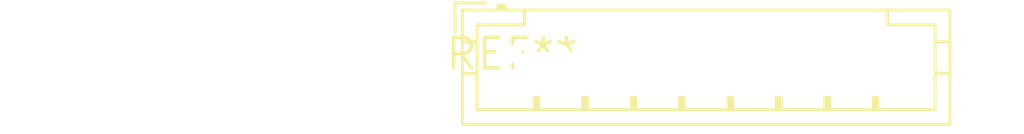
<source format=kicad_pcb>
(kicad_pcb (version 20240108) (generator pcbnew)
  (layers (0 "F.Cu" signal) (31 "B.Cu" signal) (34 "B.Paste" user) (35 "F.Paste" user) (36 "B.SilkS" user "B.Silkscreen") (37 "F.SilkS" user "F.Silkscreen") (38 "B.Mask" user) (39 "F.Mask" user) (44 "Edge.Cuts" user))
  (net 0 "")
  (footprint "JST_PH_B9B-PH-K_1x09_P2.00mm_Vertical" (layer "F.Cu") (at 0 0)
    (property "Reference" "REF**")
    (property "Value" "JST_PH_B9B-PH-K_1x09_P2.00mm_Vertical")
    (fp_line (start -2.36 -2.11) (end -2.36 -0.86) (layer "F.SilkS") (stroke (width 0.12)))
    (fp_line (start -2.06 -1.81) (end -2.06 2.91) (layer "F.SilkS") (stroke (width 0.12)))
    (fp_line (start -2.06 -0.5) (end -1.45 -0.5) (layer "F.SilkS") (stroke (width 0.12)))
    (fp_line (start -2.06 0.8) (end -1.45 0.8) (layer "F.SilkS") (stroke (width 0.12)))
    (fp_line (start -2.06 2.91) (end 18.06 2.91) (layer "F.SilkS") (stroke (width 0.12)))
    (fp_line (start -1.45 -1.2) (end -1.45 2.3) (layer "F.SilkS") (stroke (width 0.12)))
    (fp_line (start -1.45 2.3) (end 17.45 2.3) (layer "F.SilkS") (stroke (width 0.12)))
    (fp_line (start -1.11 -2.11) (end -2.36 -2.11) (layer "F.SilkS") (stroke (width 0.12)))
    (fp_line (start -0.6 -2.01) (end -0.6 -1.81) (layer "F.SilkS") (stroke (width 0.12)))
    (fp_line (start -0.3 -2.01) (end -0.6 -2.01) (layer "F.SilkS") (stroke (width 0.12)))
    (fp_line (start -0.3 -1.91) (end -0.6 -1.91) (layer "F.SilkS") (stroke (width 0.12)))
    (fp_line (start -0.3 -1.81) (end -0.3 -2.01) (layer "F.SilkS") (stroke (width 0.12)))
    (fp_line (start 0.5 -1.81) (end 0.5 -1.2) (layer "F.SilkS") (stroke (width 0.12)))
    (fp_line (start 0.5 -1.2) (end -1.45 -1.2) (layer "F.SilkS") (stroke (width 0.12)))
    (fp_line (start 0.9 1.8) (end 1.1 1.8) (layer "F.SilkS") (stroke (width 0.12)))
    (fp_line (start 0.9 2.3) (end 0.9 1.8) (layer "F.SilkS") (stroke (width 0.12)))
    (fp_line (start 1 2.3) (end 1 1.8) (layer "F.SilkS") (stroke (width 0.12)))
    (fp_line (start 1.1 1.8) (end 1.1 2.3) (layer "F.SilkS") (stroke (width 0.12)))
    (fp_line (start 2.9 1.8) (end 3.1 1.8) (layer "F.SilkS") (stroke (width 0.12)))
    (fp_line (start 2.9 2.3) (end 2.9 1.8) (layer "F.SilkS") (stroke (width 0.12)))
    (fp_line (start 3 2.3) (end 3 1.8) (layer "F.SilkS") (stroke (width 0.12)))
    (fp_line (start 3.1 1.8) (end 3.1 2.3) (layer "F.SilkS") (stroke (width 0.12)))
    (fp_line (start 4.9 1.8) (end 5.1 1.8) (layer "F.SilkS") (stroke (width 0.12)))
    (fp_line (start 4.9 2.3) (end 4.9 1.8) (layer "F.SilkS") (stroke (width 0.12)))
    (fp_line (start 5 2.3) (end 5 1.8) (layer "F.SilkS") (stroke (width 0.12)))
    (fp_line (start 5.1 1.8) (end 5.1 2.3) (layer "F.SilkS") (stroke (width 0.12)))
    (fp_line (start 6.9 1.8) (end 7.1 1.8) (layer "F.SilkS") (stroke (width 0.12)))
    (fp_line (start 6.9 2.3) (end 6.9 1.8) (layer "F.SilkS") (stroke (width 0.12)))
    (fp_line (start 7 2.3) (end 7 1.8) (layer "F.SilkS") (stroke (width 0.12)))
    (fp_line (start 7.1 1.8) (end 7.1 2.3) (layer "F.SilkS") (stroke (width 0.12)))
    (fp_line (start 8.9 1.8) (end 9.1 1.8) (layer "F.SilkS") (stroke (width 0.12)))
    (fp_line (start 8.9 2.3) (end 8.9 1.8) (layer "F.SilkS") (stroke (width 0.12)))
    (fp_line (start 9 2.3) (end 9 1.8) (layer "F.SilkS") (stroke (width 0.12)))
    (fp_line (start 9.1 1.8) (end 9.1 2.3) (layer "F.SilkS") (stroke (width 0.12)))
    (fp_line (start 10.9 1.8) (end 11.1 1.8) (layer "F.SilkS") (stroke (width 0.12)))
    (fp_line (start 10.9 2.3) (end 10.9 1.8) (layer "F.SilkS") (stroke (width 0.12)))
    (fp_line (start 11 2.3) (end 11 1.8) (layer "F.SilkS") (stroke (width 0.12)))
    (fp_line (start 11.1 1.8) (end 11.1 2.3) (layer "F.SilkS") (stroke (width 0.12)))
    (fp_line (start 12.9 1.8) (end 13.1 1.8) (layer "F.SilkS") (stroke (width 0.12)))
    (fp_line (start 12.9 2.3) (end 12.9 1.8) (layer "F.SilkS") (stroke (width 0.12)))
    (fp_line (start 13 2.3) (end 13 1.8) (layer "F.SilkS") (stroke (width 0.12)))
    (fp_line (start 13.1 1.8) (end 13.1 2.3) (layer "F.SilkS") (stroke (width 0.12)))
    (fp_line (start 14.9 1.8) (end 15.1 1.8) (layer "F.SilkS") (stroke (width 0.12)))
    (fp_line (start 14.9 2.3) (end 14.9 1.8) (layer "F.SilkS") (stroke (width 0.12)))
    (fp_line (start 15 2.3) (end 15 1.8) (layer "F.SilkS") (stroke (width 0.12)))
    (fp_line (start 15.1 1.8) (end 15.1 2.3) (layer "F.SilkS") (stroke (width 0.12)))
    (fp_line (start 15.5 -1.2) (end 15.5 -1.81) (layer "F.SilkS") (stroke (width 0.12)))
    (fp_line (start 17.45 -1.2) (end 15.5 -1.2) (layer "F.SilkS") (stroke (width 0.12)))
    (fp_line (start 17.45 2.3) (end 17.45 -1.2) (layer "F.SilkS") (stroke (width 0.12)))
    (fp_line (start 18.06 -1.81) (end -2.06 -1.81) (layer "F.SilkS") (stroke (width 0.12)))
    (fp_line (start 18.06 -0.5) (end 17.45 -0.5) (layer "F.SilkS") (stroke (width 0.12)))
    (fp_line (start 18.06 0.8) (end 17.45 0.8) (layer "F.SilkS") (stroke (width 0.12)))
    (fp_line (start 18.06 2.91) (end 18.06 -1.81) (layer "F.SilkS") (stroke (width 0.12)))
    (pad "1" thru_hole roundrect (at 0 0) (size 1.2 1.75) (drill 0.75) (layers *.Cu *.Mask) (remove_unused_layers) (roundrect_rratio 0.208333))
    (pad "2" thru_hole oval (at 2 0) (size 1.2 1.75) (drill 0.75) (layers *.Cu *.Mask) (remove_unused_layers))
    (pad "3" thru_hole oval (at 4 0) (size 1.2 1.75) (drill 0.75) (layers *.Cu *.Mask) (remove_unused_layers))
    (pad "4" thru_hole oval (at 6 0) (size 1.2 1.75) (drill 0.75) (layers *.Cu *.Mask) (remove_unused_layers))
    (pad "5" thru_hole oval (at 8 0) (size 1.2 1.75) (drill 0.75) (layers *.Cu *.Mask) (remove_unused_layers))
    (pad "6" thru_hole oval (at 10 0) (size 1.2 1.75) (drill 0.75) (layers *.Cu *.Mask) (remove_unused_layers))
    (pad "7" thru_hole oval (at 12 0) (size 1.2 1.75) (drill 0.75) (layers *.Cu *.Mask) (remove_unused_layers))
    (pad "8" thru_hole oval (at 14 0) (size 1.2 1.75) (drill 0.75) (layers *.Cu *.Mask) (remove_unused_layers))
    (pad "9" thru_hole oval (at 16 0) (size 1.2 1.75) (drill 0.75) (layers *.Cu *.Mask) (remove_unused_layers))
  )
)
</source>
